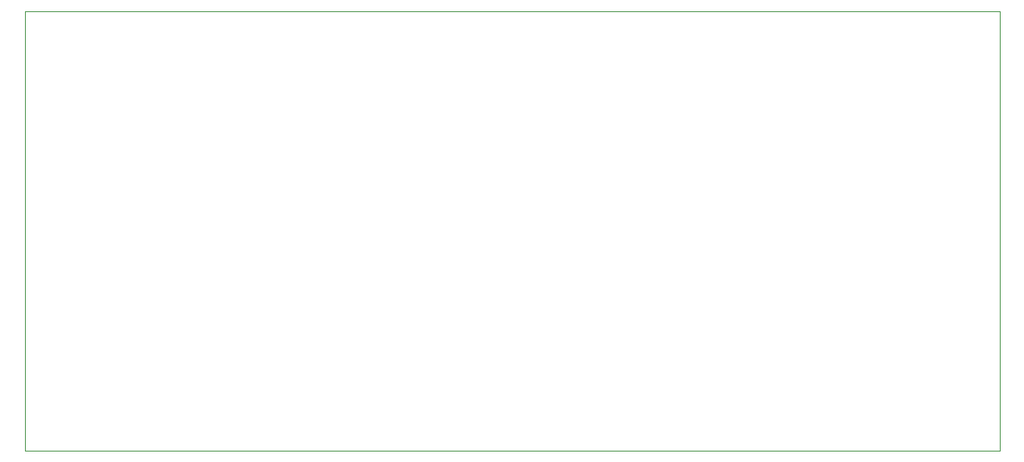
<source format=gbr>
%TF.GenerationSoftware,KiCad,Pcbnew,(6.0.4-0)*%
%TF.CreationDate,2023-07-13T10:21:47-07:00*%
%TF.ProjectId,CableAdapterBoard,4361626c-6541-4646-9170-746572426f61,rev?*%
%TF.SameCoordinates,Original*%
%TF.FileFunction,Profile,NP*%
%FSLAX46Y46*%
G04 Gerber Fmt 4.6, Leading zero omitted, Abs format (unit mm)*
G04 Created by KiCad (PCBNEW (6.0.4-0)) date 2023-07-13 10:21:47*
%MOMM*%
%LPD*%
G01*
G04 APERTURE LIST*
%TA.AperFunction,Profile*%
%ADD10C,0.100000*%
%TD*%
G04 APERTURE END LIST*
D10*
X190480000Y-68510000D02*
X190480000Y-114600000D01*
X190480000Y-114600000D02*
X88130000Y-114600000D01*
X88130000Y-114600000D02*
X88130000Y-68510000D01*
X88130000Y-68510000D02*
X162400000Y-68510000D01*
X162400000Y-68510000D02*
X190480000Y-68510000D01*
M02*

</source>
